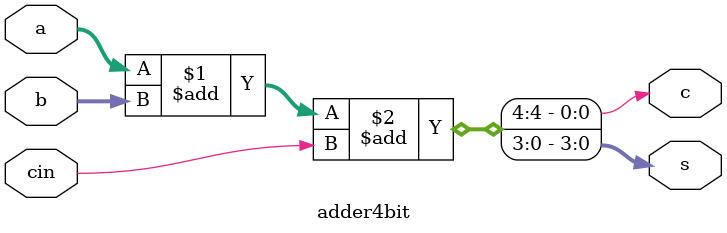
<source format=sv>

module adder4bit(
    a,
    b,
    cin,
    c,
    s
    );
    
    input [3:0]a;
    input [3:0]b;
    input cin;  
    output[3:0]s;
    output c;
    
    assign {c,s} = a+b+cin;
    
endmodule
</source>
